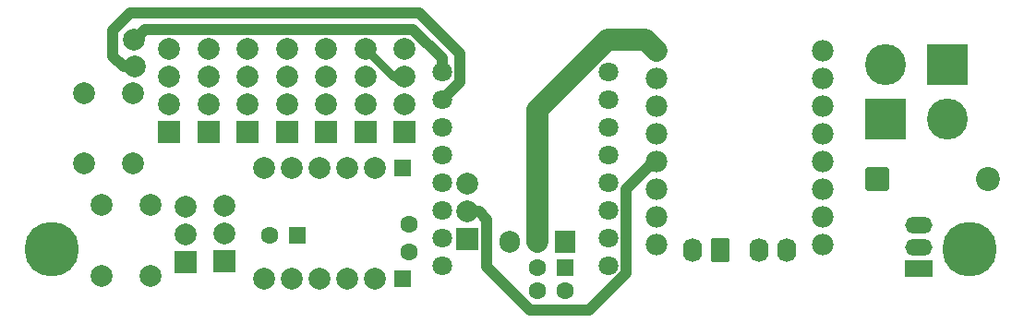
<source format=gbr>
%TF.GenerationSoftware,KiCad,Pcbnew,9.0.6*%
%TF.CreationDate,2026-01-26T16:21:30-03:00*%
%TF.ProjectId,V1_ robot_controller,56315f20-726f-4626-9f74-5f636f6e7472,rev?*%
%TF.SameCoordinates,Original*%
%TF.FileFunction,Copper,L1,Top*%
%TF.FilePolarity,Positive*%
%FSLAX46Y46*%
G04 Gerber Fmt 4.6, Leading zero omitted, Abs format (unit mm)*
G04 Created by KiCad (PCBNEW 9.0.6) date 2026-01-26 16:21:30*
%MOMM*%
%LPD*%
G01*
G04 APERTURE LIST*
G04 Aperture macros list*
%AMRoundRect*
0 Rectangle with rounded corners*
0 $1 Rounding radius*
0 $2 $3 $4 $5 $6 $7 $8 $9 X,Y pos of 4 corners*
0 Add a 4 corners polygon primitive as box body*
4,1,4,$2,$3,$4,$5,$6,$7,$8,$9,$2,$3,0*
0 Add four circle primitives for the rounded corners*
1,1,$1+$1,$2,$3*
1,1,$1+$1,$4,$5*
1,1,$1+$1,$6,$7*
1,1,$1+$1,$8,$9*
0 Add four rect primitives between the rounded corners*
20,1,$1+$1,$2,$3,$4,$5,0*
20,1,$1+$1,$4,$5,$6,$7,0*
20,1,$1+$1,$6,$7,$8,$9,0*
20,1,$1+$1,$8,$9,$2,$3,0*%
G04 Aperture macros list end*
%TA.AperFunction,ComponentPad*%
%ADD10C,1.600000*%
%TD*%
%TA.AperFunction,ComponentPad*%
%ADD11C,1.980000*%
%TD*%
%TA.AperFunction,ComponentPad*%
%ADD12R,2.000000X2.000000*%
%TD*%
%TA.AperFunction,ComponentPad*%
%ADD13C,2.000000*%
%TD*%
%TA.AperFunction,ComponentPad*%
%ADD14C,3.750000*%
%TD*%
%TA.AperFunction,ComponentPad*%
%ADD15R,3.750000X3.750000*%
%TD*%
%TA.AperFunction,ComponentPad*%
%ADD16RoundRect,0.250000X0.550000X0.550000X-0.550000X0.550000X-0.550000X-0.550000X0.550000X-0.550000X0*%
%TD*%
%TA.AperFunction,ComponentPad*%
%ADD17RoundRect,0.249999X-0.850001X-0.850001X0.850001X-0.850001X0.850001X0.850001X-0.850001X0.850001X0*%
%TD*%
%TA.AperFunction,ComponentPad*%
%ADD18C,2.200000*%
%TD*%
%TA.AperFunction,ComponentPad*%
%ADD19O,1.740000X2.190000*%
%TD*%
%TA.AperFunction,ComponentPad*%
%ADD20RoundRect,0.250000X0.620000X0.845000X-0.620000X0.845000X-0.620000X-0.845000X0.620000X-0.845000X0*%
%TD*%
%TA.AperFunction,ComponentPad*%
%ADD21R,2.500000X1.500000*%
%TD*%
%TA.AperFunction,ComponentPad*%
%ADD22O,2.500000X1.500000*%
%TD*%
%TA.AperFunction,ComponentPad*%
%ADD23C,1.800000*%
%TD*%
%TA.AperFunction,ComponentPad*%
%ADD24R,1.524000X1.524000*%
%TD*%
%TA.AperFunction,ComponentPad*%
%ADD25R,1.905000X2.000000*%
%TD*%
%TA.AperFunction,ComponentPad*%
%ADD26O,1.905000X2.000000*%
%TD*%
%TA.AperFunction,ViaPad*%
%ADD27C,5.000000*%
%TD*%
%TA.AperFunction,ViaPad*%
%ADD28C,2.000000*%
%TD*%
%TA.AperFunction,Conductor*%
%ADD29C,2.000000*%
%TD*%
%TA.AperFunction,Conductor*%
%ADD30C,1.000000*%
%TD*%
%TA.AperFunction,Conductor*%
%ADD31C,0.800000*%
%TD*%
G04 APERTURE END LIST*
D10*
%TO.P,C2,1*%
%TO.N,+5V*%
X180200000Y-107700000D03*
%TO.P,C2,2*%
%TO.N,GND*%
X180200000Y-105200000D03*
%TD*%
D11*
%TO.P,U3,1,VM*%
%TO.N,VMOT*%
X218143000Y-107026654D03*
%TO.P,U3,2,VCC*%
%TO.N,+3.3V*%
X218143000Y-104486654D03*
%TO.P,U3,3,GND*%
%TO.N,GND*%
X218143000Y-101946654D03*
%TO.P,U3,4,A01*%
%TO.N,Net-(J4-Pin_1)*%
X218143000Y-99406654D03*
%TO.P,U3,5,A02*%
%TO.N,Net-(J4-Pin_2)*%
X218143000Y-96866654D03*
%TO.P,U3,6,B02*%
%TO.N,Net-(J3-Pin_1)*%
X218143000Y-94326654D03*
%TO.P,U3,7,B01*%
%TO.N,Net-(J3-Pin_2)*%
X218143000Y-91786654D03*
%TO.P,U3,8,GND*%
%TO.N,GND*%
X218143000Y-89246654D03*
%TO.P,U3,9,GND*%
X202903000Y-89246654D03*
%TO.P,U3,10,PWMB*%
%TO.N,PWMB*%
X202903000Y-91786654D03*
%TO.P,U3,11,BI2*%
%TO.N,INB2*%
X202903000Y-94326654D03*
%TO.P,U3,12,BI1*%
%TO.N,INB1*%
X202903000Y-96866654D03*
%TO.P,U3,13,STBY*%
%TO.N,+3.3V*%
X202903000Y-99406654D03*
%TO.P,U3,14,AI1*%
%TO.N,INA1*%
X202903000Y-101946654D03*
%TO.P,U3,15,AI2*%
%TO.N,INA2*%
X202903000Y-104486654D03*
%TO.P,U3,16,PWMA*%
%TO.N,PWMA*%
X202903000Y-107026654D03*
%TD*%
D12*
%TO.P,J9,1,Pin_1*%
%TO.N,+3.3V*%
X172630000Y-96725000D03*
D13*
%TO.P,J9,2,Pin_2*%
%TO.N,GND*%
X172630000Y-94185000D03*
%TO.P,J9,3,Pin_3*%
%TO.N,SCL*%
X172630000Y-91645000D03*
%TO.P,J9,4,Pin_4*%
%TO.N,SDA*%
X172630000Y-89105000D03*
%TD*%
D14*
%TO.P,J2,N,N*%
%TO.N,Net-(J1-PadP)*%
X223903000Y-90571654D03*
D15*
%TO.P,J2,P,P*%
%TO.N,GND*%
X223903000Y-95571654D03*
%TD*%
D16*
%TO.P,C5,1*%
%TO.N,+5V*%
X169950000Y-106250000D03*
D10*
%TO.P,C5,2*%
%TO.N,GND*%
X167450000Y-106250000D03*
%TD*%
D12*
%TO.P,J7,1,Pin_1*%
%TO.N,+5V*%
X163275000Y-108565000D03*
D13*
%TO.P,J7,2,Pin_2*%
%TO.N,GND*%
X163275000Y-106025000D03*
%TO.P,J7,3,Pin_3*%
%TO.N,Net-(J7-Pin_3)*%
X163275000Y-103485000D03*
%TD*%
D17*
%TO.P,D1,1,K*%
%TO.N,Net-(D1-K)*%
X223123000Y-101021654D03*
D18*
%TO.P,D1,2,A*%
%TO.N,Net-(D1-A)*%
X233283000Y-101021654D03*
%TD*%
D12*
%TO.P,J10,1,Pin_1*%
%TO.N,+3.3V*%
X169020000Y-96725000D03*
D13*
%TO.P,J10,2,Pin_2*%
%TO.N,GND*%
X169020000Y-94185000D03*
%TO.P,J10,3,Pin_3*%
%TO.N,SCL*%
X169020000Y-91645000D03*
%TO.P,J10,4,Pin_4*%
%TO.N,SDA*%
X169020000Y-89105000D03*
%TD*%
D19*
%TO.P,J4,1,Pin_1*%
%TO.N,Net-(J4-Pin_1)*%
X214893000Y-107571654D03*
%TO.P,J4,2,Pin_2*%
%TO.N,Net-(J4-Pin_2)*%
X212353000Y-107571654D03*
%TD*%
D12*
%TO.P,J11,1,Pin_1*%
%TO.N,+3.3V*%
X165445000Y-96725000D03*
D13*
%TO.P,J11,2,Pin_2*%
%TO.N,GND*%
X165445000Y-94185000D03*
%TO.P,J11,3,Pin_3*%
%TO.N,SCL*%
X165445000Y-91645000D03*
%TO.P,J11,4,Pin_4*%
%TO.N,SDA*%
X165445000Y-89105000D03*
%TD*%
D14*
%TO.P,J1,N,N*%
%TO.N,Net-(D1-A)*%
X229603000Y-95571654D03*
D15*
%TO.P,J1,P,P*%
%TO.N,Net-(J1-PadP)*%
X229603000Y-90571654D03*
%TD*%
D12*
%TO.P,J6,1,Pin_1*%
%TO.N,+5V*%
X159775000Y-108655000D03*
D13*
%TO.P,J6,2,Pin_2*%
%TO.N,GND*%
X159775000Y-106115000D03*
%TO.P,J6,3,Pin_3*%
%TO.N,Net-(J6-Pin_3)*%
X159775000Y-103575000D03*
%TD*%
%TO.P,SW2,1,1*%
%TO.N,GND*%
X154900000Y-93150000D03*
X154900000Y-99650000D03*
%TO.P,SW2,2,2*%
%TO.N,Net-(U1-GPIO0)*%
X150400000Y-93150000D03*
X150400000Y-99650000D03*
%TD*%
D12*
%TO.P,J5,1,Pin_1*%
%TO.N,+3.3V*%
X179795000Y-96715000D03*
D13*
%TO.P,J5,2,Pin_2*%
%TO.N,GND*%
X179795000Y-94175000D03*
%TO.P,J5,3,Pin_3*%
%TO.N,SDA*%
X179795000Y-91635000D03*
%TO.P,J5,4,Pin_4*%
%TO.N,SCL*%
X179795000Y-89095000D03*
%TD*%
D20*
%TO.P,J3,1,Pin_1*%
%TO.N,Net-(J3-Pin_1)*%
X208768000Y-107571654D03*
D19*
%TO.P,J3,2,Pin_2*%
%TO.N,Net-(J3-Pin_2)*%
X206228000Y-107571654D03*
%TD*%
D21*
%TO.P,SW1,1,A*%
%TO.N,VMOT*%
X226950000Y-109300000D03*
D22*
%TO.P,SW1,2,B*%
%TO.N,Net-(D1-K)*%
X226950000Y-107300000D03*
%TO.P,SW1,3,C*%
%TO.N,unconnected-(SW1-C-Pad3)*%
X226950000Y-105300000D03*
%TD*%
D12*
%TO.P,J8,1,Pin_1*%
%TO.N,+3.3V*%
X176220000Y-96725000D03*
D13*
%TO.P,J8,2,Pin_2*%
%TO.N,GND*%
X176220000Y-94185000D03*
%TO.P,J8,3,Pin_3*%
%TO.N,SCL*%
X176220000Y-91645000D03*
%TO.P,J8,4,Pin_4*%
%TO.N,SDA*%
X176220000Y-89105000D03*
%TD*%
D10*
%TO.P,C1,1*%
%TO.N,VMOT*%
X194525000Y-111300000D03*
%TO.P,C1,2*%
%TO.N,GND*%
X192025000Y-111300000D03*
%TD*%
D23*
%TO.P,U1,0,GPIO0*%
%TO.N,Net-(U1-GPIO0)*%
X183238000Y-91241654D03*
%TO.P,U1,1,GPIO1*%
%TO.N,Net-(U1-GPIO1)*%
X183238000Y-93781654D03*
%TO.P,U1,2,GPIO2*%
%TO.N,Net-(J14-Pin_3)*%
X183238000Y-96321654D03*
%TO.P,U1,3,GPIO3*%
%TO.N,QTR_DER*%
X183238000Y-98861654D03*
%TO.P,U1,3.3,3V3*%
%TO.N,+3.3V*%
X183238000Y-103941654D03*
%TO.P,U1,4,GPIO4*%
%TO.N,QTR_IZQ*%
X183238000Y-101401654D03*
%TO.P,U1,5,GPIO5*%
%TO.N,PWMA*%
X198478000Y-109021654D03*
%TO.P,U1,5V,5V*%
%TO.N,+5V*%
X183238000Y-109021654D03*
%TO.P,U1,6,GPIO6*%
%TO.N,INA2*%
X198478000Y-106481654D03*
%TO.P,U1,7,GPIO7*%
%TO.N,INA1*%
X198478000Y-103941654D03*
%TO.P,U1,8,GPIO8*%
%TO.N,SDA*%
X198478000Y-101401654D03*
%TO.P,U1,9,GPIO9*%
%TO.N,SCL*%
X198478000Y-98861654D03*
%TO.P,U1,10,GPIO10*%
%TO.N,INB1*%
X198478000Y-96321654D03*
%TO.P,U1,20,GPIO20*%
%TO.N,INB2*%
X198478000Y-93781654D03*
%TO.P,U1,21,GPIO21*%
%TO.N,PWMB*%
X198478000Y-91241654D03*
%TO.P,U1,G,GND*%
%TO.N,GND*%
X183238000Y-106481654D03*
%TD*%
D12*
%TO.P,J13,1,Pin_1*%
%TO.N,+3.3V*%
X158245000Y-96725000D03*
D13*
%TO.P,J13,2,Pin_2*%
%TO.N,GND*%
X158245000Y-94185000D03*
%TO.P,J13,3,Pin_3*%
%TO.N,SCL*%
X158245000Y-91645000D03*
%TO.P,J13,4,Pin_4*%
%TO.N,SDA*%
X158245000Y-89105000D03*
%TD*%
%TO.P,U4,GND_1,GND*%
%TO.N,GND*%
X172030000Y-110175000D03*
%TO.P,U4,GND_2,GND*%
X172030000Y-100015000D03*
%TO.P,U4,HV,HV*%
%TO.N,+5V*%
X174570000Y-110175000D03*
D24*
%TO.P,U4,HV1,HV1*%
%TO.N,Net-(J6-Pin_3)*%
X179650000Y-110175000D03*
D13*
%TO.P,U4,HV2,HV2*%
%TO.N,Net-(J7-Pin_3)*%
X177110000Y-110175000D03*
%TO.P,U4,HV3,HV3*%
%TO.N,unconnected-(U4-PadHV3)*%
X169490000Y-110175000D03*
%TO.P,U4,HV4,HV4*%
%TO.N,unconnected-(U4-PadHV4)*%
X166950000Y-110175000D03*
%TO.P,U4,LV,LV*%
%TO.N,+3.3V*%
X174570000Y-100015000D03*
D24*
%TO.P,U4,LV1,LV1*%
%TO.N,QTR_DER*%
X179650000Y-100015000D03*
D13*
%TO.P,U4,LV2,LV2*%
%TO.N,QTR_IZQ*%
X177110000Y-100015000D03*
%TO.P,U4,LV3,LV3*%
%TO.N,unconnected-(U4-PadLV3)*%
X169490000Y-100015000D03*
%TO.P,U4,LV4,LV4*%
%TO.N,unconnected-(U4-PadLV4)*%
X166950000Y-100015000D03*
%TD*%
D12*
%TO.P,J12,1,Pin_1*%
%TO.N,+3.3V*%
X161845000Y-96725000D03*
D13*
%TO.P,J12,2,Pin_2*%
%TO.N,GND*%
X161845000Y-94185000D03*
%TO.P,J12,3,Pin_3*%
%TO.N,SCL*%
X161845000Y-91645000D03*
%TO.P,J12,4,Pin_4*%
%TO.N,SDA*%
X161845000Y-89105000D03*
%TD*%
D16*
%TO.P,C3,1*%
%TO.N,VMOT*%
X194525000Y-109150000D03*
D10*
%TO.P,C3,2*%
%TO.N,GND*%
X192025000Y-109150000D03*
%TD*%
D12*
%TO.P,J14,1,Pin_1*%
%TO.N,GND*%
X185575000Y-106555000D03*
D13*
%TO.P,J14,2,Pin_2*%
%TO.N,+3.3V*%
X185575000Y-104015000D03*
%TO.P,J14,3,Pin_3*%
%TO.N,Net-(J14-Pin_3)*%
X185575000Y-101475000D03*
%TD*%
%TO.P,SW3,1,1*%
%TO.N,GND*%
X156500000Y-103425000D03*
X156500000Y-109925000D03*
%TO.P,SW3,2,2*%
%TO.N,Net-(U1-GPIO1)*%
X152000000Y-103425000D03*
X152000000Y-109925000D03*
%TD*%
D25*
%TO.P,U2,1,IN*%
%TO.N,VMOT*%
X194515000Y-106825000D03*
D26*
%TO.P,U2,2,GND*%
%TO.N,GND*%
X191975000Y-106825000D03*
%TO.P,U2,3,OUT*%
%TO.N,+5V*%
X189435000Y-106825000D03*
%TD*%
D27*
%TO.N,*%
X231625000Y-107450000D03*
X147460036Y-107468574D03*
D28*
%TO.N,Net-(U1-GPIO0)*%
X155024208Y-88254933D03*
%TO.N,Net-(U1-GPIO1)*%
X155052827Y-90704768D03*
%TD*%
D29*
%TO.N,GND*%
X191975000Y-94739450D02*
X191975000Y-106825000D01*
X198457796Y-88256654D02*
X191975000Y-94739450D01*
X202903000Y-89246654D02*
X201913000Y-88256654D01*
X201913000Y-88256654D02*
X198457796Y-88256654D01*
D30*
%TO.N,+3.3V*%
X202903000Y-99406654D02*
X202698011Y-99406654D01*
X200103000Y-109694752D02*
X196746752Y-113051000D01*
X186637000Y-104015000D02*
X185575000Y-104015000D01*
X200103000Y-102001665D02*
X200103000Y-109694752D01*
X202698011Y-99406654D02*
X200103000Y-102001665D01*
X191299712Y-113051000D02*
X187376000Y-109127288D01*
X187376000Y-104754000D02*
X186637000Y-104015000D01*
X196746752Y-113051000D02*
X191299712Y-113051000D01*
X187376000Y-109127288D02*
X187376000Y-104754000D01*
D31*
%TO.N,SDA*%
X178750000Y-91635000D02*
X176220000Y-89105000D01*
X179795000Y-91635000D02*
X178750000Y-91635000D01*
D30*
%TO.N,Net-(U1-GPIO0)*%
X183238000Y-89991001D02*
X183238000Y-91241654D01*
X180540999Y-87294000D02*
X183238000Y-89991001D01*
X155024208Y-88254933D02*
X155985141Y-87294000D01*
X155985141Y-87294000D02*
X180540999Y-87294000D01*
%TO.N,Net-(U1-GPIO1)*%
X153073208Y-89747208D02*
X154030768Y-90704768D01*
X184863000Y-89563977D02*
X181142023Y-85843000D01*
X184863000Y-92156654D02*
X184863000Y-89563977D01*
X181142023Y-85843000D02*
X154677010Y-85843000D01*
X183238000Y-93781654D02*
X184863000Y-92156654D01*
X154677010Y-85843000D02*
X153073208Y-87446802D01*
X153073208Y-87446802D02*
X153073208Y-89747208D01*
X154030768Y-90704768D02*
X155052827Y-90704768D01*
%TD*%
M02*

</source>
